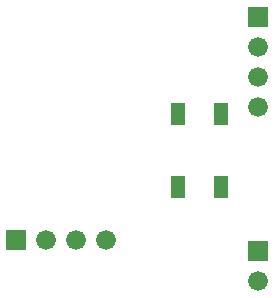
<source format=gts>
G04 Layer: TopSolderMaskLayer*
G04 EasyEDA v6.5.51, 2025-12-10 14:07:42*
G04 f7da798ecd6947b8b5cd26341a0ba6d3,f920225d1fc94cab822a7ee7b834fcf3,10*
G04 Gerber Generator version 0.2*
G04 Scale: 100 percent, Rotated: No, Reflected: No *
G04 Dimensions in millimeters *
G04 leading zeros omitted , absolute positions ,4 integer and 5 decimal *
%FSLAX45Y45*%
%MOMM*%

%AMMACRO1*4,1,8,-0.8085,-0.8382,-0.8382,-0.8082,-0.8382,0.8085,-0.8085,0.8382,0.8082,0.8382,0.8382,0.8085,0.8382,-0.8082,0.8082,-0.8382,-0.8085,-0.8382,0*%
%AMMACRO2*4,1,8,-0.571,-0.9508,-0.6007,-0.9209,-0.6007,0.9211,-0.571,0.9508,0.5707,0.9508,0.6007,0.9211,0.6007,-0.9209,0.5707,-0.9508,-0.571,-0.9508,0*%
%ADD10MACRO1*%
%ADD11C,1.6764*%
%ADD12MACRO2*%
%ADD13C,0.0188*%

%LPD*%
D10*
G01*
X3657600Y-254000D03*
D11*
G01*
X3657600Y-508000D03*
G01*
X3657600Y-762000D03*
G01*
X3657600Y-1016000D03*
D10*
G01*
X3657600Y-2235200D03*
D11*
G01*
X3657600Y-2489200D03*
D10*
G01*
X1612900Y-2146300D03*
D11*
G01*
X1866900Y-2146300D03*
G01*
X2120900Y-2146300D03*
G01*
X2374900Y-2146300D03*
D12*
G01*
X3347313Y-1074305D03*
G01*
X3347313Y-1694294D03*
G01*
X2977311Y-1074305D03*
G01*
X2977311Y-1694294D03*
M02*

</source>
